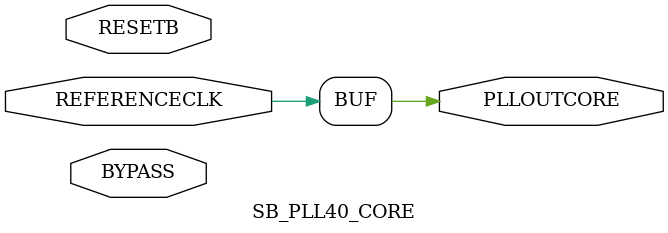
<source format=v>

module SB_HFOSC (
    input  CLKHFPU,
    input  CLKHFEN,
    output reg CLKHF
);
    initial CLKHF = 0;
    always #5 CLKHF = ~CLKHF; // 100 MHz equivalent
endmodule



module SB_PLL40_CORE #(
    parameter FEEDBACK_PATH = "",
    parameter PLLOUT_SELECT = "",
    parameter DIVR = 0,
    parameter DIVF = 0,
    parameter DIVQ = 0,
    parameter FILTER_RANGE = 0
)(
    input  REFERENCECLK,
    input  RESETB,
    input  BYPASS,
    output PLLOUTCORE
);
    assign PLLOUTCORE = REFERENCECLK;
endmodule

</source>
